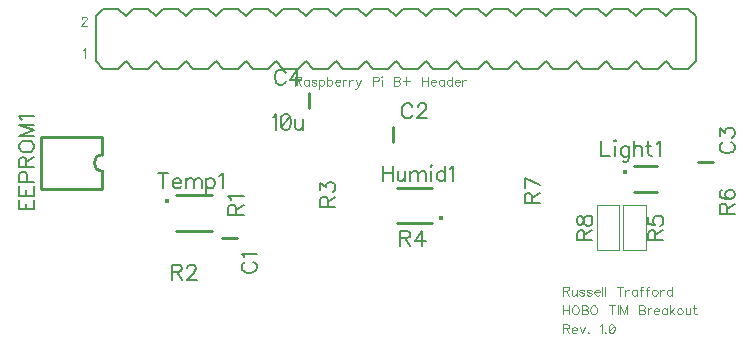
<source format=gto>
G04 DipTrace 3.0.0.2*
G04 hobo.gto*
%MOIN*%
G04 #@! TF.FileFunction,Legend,Top*
G04 #@! TF.Part,Single*
%ADD10C,0.009843*%
%ADD16C,0.001312*%
%ADD20C,0.015422*%
%ADD23C,0.006*%
%ADD27C,0.015426*%
%ADD56C,0.00772*%
%ADD57C,0.004632*%
%FSLAX26Y26*%
G04*
G70*
G90*
G75*
G01*
G04 TopSilk*
%LPD*%
X1093130Y772560D2*
D10*
X1144272D1*
X1664841Y1093130D2*
Y1144272D1*
X2731772Y1027341D2*
X2680630D1*
X1385060Y1256772D2*
Y1205630D1*
X696062Y1109630D2*
X491340D1*
X696062Y936433D2*
X491340D1*
Y1109630D2*
Y936433D1*
X696062Y1109630D2*
Y1050602D1*
Y995461D2*
Y936433D1*
Y1050602D2*
G03X696062Y995461I15J-27571D01*
G01*
D20*
X1825874Y840407D3*
X1795636Y940157D2*
D10*
X1677552D1*
X1795636Y822047D2*
X1677552D1*
X698228Y1537008D2*
D23*
X748228D1*
X773228Y1512008D1*
X798228Y1537008D1*
X848228D1*
X873228Y1512008D1*
X698228Y1537008D2*
X673228Y1512008D1*
X873228D2*
X898228Y1537008D1*
X948228D1*
X973228Y1512008D1*
X998228Y1537008D2*
X1048228D1*
X1073228Y1512008D1*
X1098228Y1537008D1*
X1148228D1*
X1173228Y1512008D1*
X998228Y1537008D2*
X973228Y1512008D1*
X1173228D2*
X1198228Y1537008D1*
X1248228D1*
X1273228Y1512008D1*
X773228Y1362008D2*
X748228Y1337008D1*
X873228Y1362008D2*
X848228Y1337008D1*
X798228D1*
X773228Y1362008D1*
X673228Y1512008D2*
Y1362008D1*
X698228Y1337008D1*
X748228D2*
X698228D1*
X973228Y1362008D2*
X948228Y1337008D1*
X898228D1*
X873228Y1362008D1*
X1073228D2*
X1048228Y1337008D1*
X1173228Y1362008D2*
X1148228Y1337008D1*
X1098228D1*
X1073228Y1362008D1*
X973228D2*
X998228Y1337008D1*
X1048228D2*
X998228D1*
X1273228Y1362008D2*
X1248228Y1337008D1*
X1198228D1*
X1173228Y1362008D1*
X1348228Y1537008D2*
X1373228Y1512008D1*
X1298228Y1537008D2*
X1348228D1*
X1273228Y1512008D2*
X1298228Y1537008D1*
Y1337008D2*
X1273228Y1362008D1*
X1348228Y1337008D2*
X1298228D1*
X1373228Y1362008D2*
X1348228Y1337008D1*
X1398228Y1537008D2*
X1448228D1*
X1473228Y1512008D1*
X1498228Y1537008D1*
X1548228D1*
X1573228Y1512008D1*
X1398228Y1537008D2*
X1373228Y1512008D1*
X1573228D2*
X1598228Y1537008D1*
X1648228D1*
X1673228Y1512008D1*
X1698228Y1537008D2*
X1748228D1*
X1773228Y1512008D1*
X1798228Y1537008D1*
X1848228D1*
X1873228Y1512008D1*
X1698228Y1537008D2*
X1673228Y1512008D1*
X1873228D2*
X1898228Y1537008D1*
X1948228D1*
X1973228Y1512008D1*
X1473228Y1362008D2*
X1448228Y1337008D1*
X1573228Y1362008D2*
X1548228Y1337008D1*
X1498228D1*
X1473228Y1362008D1*
X1373228D2*
X1398228Y1337008D1*
X1448228D2*
X1398228D1*
X1673228Y1362008D2*
X1648228Y1337008D1*
X1598228D1*
X1573228Y1362008D1*
X1773228D2*
X1748228Y1337008D1*
X1873228Y1362008D2*
X1848228Y1337008D1*
X1798228D1*
X1773228Y1362008D1*
X1673228D2*
X1698228Y1337008D1*
X1748228D2*
X1698228D1*
X1973228Y1362008D2*
X1948228Y1337008D1*
X1898228D1*
X1873228Y1362008D1*
X2048228Y1537008D2*
X2073228Y1512008D1*
X1998228Y1537008D2*
X2048228D1*
X1973228Y1512008D2*
X1998228Y1537008D1*
Y1337008D2*
X1973228Y1362008D1*
X2048228Y1337008D2*
X1998228D1*
X2073228Y1362008D2*
X2048228Y1337008D1*
X2098228Y1537008D2*
X2148228D1*
X2173228Y1512008D1*
X2198228Y1537008D1*
X2248228D1*
X2273228Y1512008D1*
X2098228Y1537008D2*
X2073228Y1512008D1*
X2273228D2*
X2298228Y1537008D1*
X2348228D1*
X2373228Y1512008D1*
X2398228Y1537008D2*
X2448228D1*
X2473228Y1512008D1*
X2498228Y1537008D1*
X2548228D1*
X2573228Y1512008D1*
X2398228Y1537008D2*
X2373228Y1512008D1*
X2573228D2*
X2598228Y1537008D1*
X2648228D1*
X2173228Y1362008D2*
X2148228Y1337008D1*
X2273228Y1362008D2*
X2248228Y1337008D1*
X2198228D1*
X2173228Y1362008D1*
X2073228D2*
X2098228Y1337008D1*
X2148228D2*
X2098228D1*
X2373228Y1362008D2*
X2348228Y1337008D1*
X2298228D1*
X2273228Y1362008D1*
X2473228D2*
X2448228Y1337008D1*
X2573228Y1362008D2*
X2548228Y1337008D1*
X2498228D1*
X2473228Y1362008D1*
X2373228D2*
X2398228Y1337008D1*
X2448228D2*
X2398228D1*
X2648228D2*
X2598228D1*
X2573228Y1362008D1*
X2673228Y1512008D2*
Y1362008D1*
X2648228Y1537008D2*
X2673228Y1512008D1*
Y1362008D2*
X2648228Y1337008D1*
D27*
X2436440Y993055D3*
X2466694Y924803D2*
D10*
X2545468D1*
X2466694Y1011417D2*
X2545468D1*
D20*
X911527Y896994D3*
X941766Y797244D2*
D10*
X1059850D1*
X941766Y915354D2*
X1059850D1*
X2343701Y881201D2*
D16*
X2418701D1*
Y731201D1*
X2343701D1*
Y881201D1*
X2431201D2*
X2506201D1*
Y731201D1*
X2431201D1*
Y881201D1*
X1171639Y693402D2*
D56*
X1166886Y691026D1*
X1162077Y686217D1*
X1159701Y681464D1*
Y671903D1*
X1162077Y667094D1*
X1166886Y662341D1*
X1171639Y659909D1*
X1178824Y657533D1*
X1190818D1*
X1197947Y659909D1*
X1202756Y662341D1*
X1207509Y667094D1*
X1209941Y671903D1*
Y681464D1*
X1207509Y686217D1*
X1202756Y691026D1*
X1197947Y693402D1*
X1169318Y708842D2*
X1166886Y713650D1*
X1159756Y720835D1*
X1209941D1*
X1729187Y1209513D2*
X1726810Y1214266D1*
X1722001Y1219075D1*
X1717248Y1221451D1*
X1707687D1*
X1702878Y1219075D1*
X1698125Y1214266D1*
X1695693Y1209513D1*
X1693317Y1202328D1*
Y1190335D1*
X1695693Y1183205D1*
X1698125Y1178396D1*
X1702878Y1173643D1*
X1707687Y1171211D1*
X1717248D1*
X1722001Y1173643D1*
X1726810Y1178396D1*
X1729187Y1183205D1*
X1747058Y1209458D2*
Y1211835D1*
X1749434Y1216643D1*
X1751811Y1219020D1*
X1756619Y1221396D1*
X1766181D1*
X1770934Y1219020D1*
X1773311Y1216643D1*
X1775743Y1211835D1*
Y1207081D1*
X1773311Y1202273D1*
X1768557Y1195143D1*
X1744626Y1171211D1*
X1778119D1*
X2765388Y1091687D2*
X2760635Y1089310D1*
X2755827Y1084502D1*
X2753450Y1079748D1*
Y1070187D1*
X2755827Y1065378D1*
X2760635Y1060625D1*
X2765388Y1058193D1*
X2772573Y1055817D1*
X2784567D1*
X2791697Y1058193D1*
X2796505Y1060625D1*
X2801258Y1065378D1*
X2803690Y1070187D1*
Y1079748D1*
X2801258Y1084502D1*
X2796505Y1089310D1*
X2791697Y1091687D1*
X2753505Y1111934D2*
Y1138187D1*
X2772629Y1123872D1*
Y1131058D1*
X2775005Y1135811D1*
X2777382Y1138187D1*
X2784567Y1140619D1*
X2789320D1*
X2796505Y1138187D1*
X2801314Y1133434D1*
X2803690Y1126249D1*
Y1119064D1*
X2801314Y1111934D1*
X2798882Y1109558D1*
X2794129Y1107126D1*
X1306464Y1322013D2*
X1304088Y1326766D1*
X1299279Y1331575D1*
X1294526Y1333951D1*
X1284964D1*
X1280156Y1331575D1*
X1275403Y1326766D1*
X1272971Y1322013D1*
X1270594Y1314828D1*
Y1302835D1*
X1272971Y1295705D1*
X1275403Y1290896D1*
X1280156Y1286143D1*
X1284964Y1283711D1*
X1294526D1*
X1299279Y1286143D1*
X1304088Y1290896D1*
X1306464Y1295705D1*
X1345835Y1283711D2*
Y1333896D1*
X1321903Y1300458D1*
X1357773D1*
X1262847Y1175098D2*
X1267655Y1177529D1*
X1274840Y1184659D1*
Y1134475D1*
X1304650Y1184659D2*
X1297465Y1182283D1*
X1292656Y1175098D1*
X1290280Y1163159D1*
Y1155974D1*
X1292656Y1144036D1*
X1297465Y1136851D1*
X1304650Y1134475D1*
X1309403D1*
X1316588Y1136851D1*
X1321341Y1144036D1*
X1323773Y1155974D1*
Y1163159D1*
X1321341Y1175098D1*
X1316588Y1182283D1*
X1309403Y1184659D1*
X1304650D1*
X1321341Y1175098D2*
X1292656Y1144036D1*
X1339212Y1167968D2*
Y1144036D1*
X1341589Y1136906D1*
X1346397Y1134475D1*
X1353582D1*
X1358335Y1136906D1*
X1365521Y1144036D1*
Y1167968D2*
Y1134475D1*
X418117Y898977D2*
Y867916D1*
X468357D1*
Y898977D1*
X442049Y867916D2*
Y887039D1*
X418117Y945478D2*
Y914416D1*
X468357D1*
Y945478D1*
X442049Y914416D2*
Y933540D1*
X444425Y960917D2*
Y982472D1*
X442049Y989602D1*
X439617Y992034D1*
X434864Y994410D1*
X427678D1*
X422925Y992034D1*
X420493Y989602D1*
X418117Y982472D1*
Y960917D1*
X468357D1*
X442049Y1009850D2*
Y1031350D1*
X439617Y1038535D1*
X437240Y1040966D1*
X432487Y1043343D1*
X427678D1*
X422925Y1040966D1*
X420493Y1038535D1*
X418117Y1031350D1*
Y1009850D1*
X468357D1*
X442049Y1026596D2*
X468357Y1043343D1*
X418117Y1073152D2*
X420493Y1068344D1*
X425302Y1063591D1*
X430055Y1061159D1*
X437240Y1058782D1*
X449234D1*
X456363Y1061159D1*
X461172Y1063591D1*
X465925Y1068344D1*
X468357Y1073152D1*
Y1082714D1*
X465925Y1087467D1*
X461172Y1092276D1*
X456363Y1094652D1*
X449234Y1097029D1*
X437240D1*
X430055Y1094652D1*
X425302Y1092276D1*
X420493Y1087467D1*
X418117Y1082714D1*
Y1073152D1*
X468357Y1150715D2*
X418117D1*
X468357Y1131591D1*
X418117Y1112468D1*
X468357D1*
X427734Y1166154D2*
X425302Y1170962D1*
X418172Y1178147D1*
X468357D1*
X1630612Y1013381D2*
Y963141D1*
X1664105Y1013381D2*
Y963141D1*
X1630612Y989449D2*
X1664105D1*
X1679545Y996634D2*
Y972702D1*
X1681921Y965572D1*
X1686730Y963141D1*
X1693915D1*
X1698668Y965572D1*
X1705853Y972702D1*
Y996634D2*
Y963141D1*
X1721292Y996634D2*
Y963141D1*
Y987072D2*
X1728477Y994257D1*
X1733286Y996634D1*
X1740415D1*
X1745224Y994257D1*
X1747600Y987072D1*
Y963141D1*
Y987072D2*
X1754785Y994257D1*
X1759594Y996634D1*
X1766724D1*
X1771532Y994257D1*
X1773964Y987072D1*
Y963141D1*
X1789403Y1013381D2*
X1791780Y1011004D1*
X1794212Y1013381D1*
X1791780Y1015812D1*
X1789403Y1013381D1*
X1791780Y996634D2*
Y963141D1*
X1838336Y1013381D2*
Y963141D1*
Y989449D2*
X1833583Y994257D1*
X1828774Y996634D1*
X1821589D1*
X1816836Y994257D1*
X1812028Y989449D1*
X1809651Y982264D1*
Y977511D1*
X1812028Y970326D1*
X1816836Y965572D1*
X1821589Y963141D1*
X1828774D1*
X1833583Y965572D1*
X1838336Y970326D1*
X1853775Y1003764D2*
X1858584Y1006196D1*
X1865769Y1013325D1*
Y963141D1*
X2358582Y1097140D2*
Y1046900D1*
X2387267D1*
X2402706Y1097140D2*
X2405083Y1094764D1*
X2407514Y1097140D1*
X2405083Y1099572D1*
X2402706Y1097140D1*
X2405083Y1080394D2*
Y1046900D1*
X2451639Y1078017D2*
Y1039715D1*
X2449262Y1032586D1*
X2446885Y1030154D1*
X2442077Y1027777D1*
X2434892D1*
X2430139Y1030154D1*
X2451639Y1070832D2*
X2446885Y1075585D1*
X2442077Y1078017D1*
X2434892D1*
X2430139Y1075585D1*
X2425330Y1070832D1*
X2422954Y1063647D1*
Y1058839D1*
X2425330Y1051709D1*
X2430139Y1046900D1*
X2434892Y1044524D1*
X2442077D1*
X2446885Y1046900D1*
X2451639Y1051709D1*
X2467078Y1097140D2*
Y1046900D1*
Y1070832D2*
X2474263Y1078017D1*
X2479071Y1080394D1*
X2486256D1*
X2491010Y1078017D1*
X2493386Y1070832D1*
Y1046900D1*
X2516010Y1097140D2*
Y1056462D1*
X2518387Y1049332D1*
X2523195Y1046900D1*
X2527949D1*
X2508825Y1080394D2*
X2525572D1*
X2543388Y1087524D2*
X2548196Y1089955D1*
X2555381Y1097085D1*
Y1046900D1*
X1139882Y850639D2*
Y872139D1*
X1137450Y879324D1*
X1135073Y881756D1*
X1130320Y884133D1*
X1125512D1*
X1120759Y881756D1*
X1118327Y879324D1*
X1115950Y872139D1*
Y850639D1*
X1166190D1*
X1139882Y867386D2*
X1166190Y884133D1*
X1125567Y899572D2*
X1123135Y904380D1*
X1116005Y911565D1*
X1166190D1*
X927586Y660020D2*
X949086D1*
X956271Y662452D1*
X958703Y664828D1*
X961080Y669581D1*
Y674390D1*
X958703Y679143D1*
X956271Y681575D1*
X949086Y683951D1*
X927586D1*
Y633711D1*
X944333Y660020D2*
X961080Y633711D1*
X978951Y671958D2*
Y674335D1*
X981327Y679143D1*
X983704Y681520D1*
X988512Y683896D1*
X998074D1*
X1002827Y681520D1*
X1005204Y679143D1*
X1007636Y674335D1*
Y669581D1*
X1005204Y664773D1*
X1000451Y657643D1*
X976519Y633711D1*
X1010012D1*
X1446131Y877586D2*
Y899086D1*
X1443699Y906271D1*
X1441323Y908703D1*
X1436570Y911080D1*
X1431761D1*
X1427008Y908703D1*
X1424576Y906271D1*
X1422200Y899086D1*
X1422199Y877586D1*
X1472440D1*
X1446131Y894333D2*
X1472440Y911080D1*
X1422255Y931327D2*
Y957580D1*
X1441378Y943266D1*
Y950451D1*
X1443755Y955204D1*
X1446131Y957580D1*
X1453316Y960012D1*
X1458069D1*
X1465255Y957580D1*
X1470063Y952827D1*
X1472440Y945642D1*
Y938457D1*
X1470063Y931327D1*
X1467631Y928951D1*
X1462878Y926519D1*
X1688701Y772520D2*
X1710201D1*
X1717386Y774952D1*
X1719818Y777328D1*
X1722194Y782081D1*
Y786890D1*
X1719818Y791643D1*
X1717386Y794075D1*
X1710201Y796451D1*
X1688701D1*
Y746211D1*
X1705448Y772520D2*
X1722194Y746211D1*
X1761565D2*
Y796396D1*
X1737634Y762958D1*
X1773504D1*
X2539119Y764890D2*
Y786389D1*
X2536687Y793574D1*
X2534310Y796006D1*
X2529557Y798383D1*
X2524749D1*
X2519996Y796006D1*
X2517564Y793574D1*
X2515187Y786389D1*
Y764890D1*
X2565427D1*
X2539119Y781636D2*
X2565427Y798383D1*
X2515242Y842507D2*
Y818631D1*
X2536742Y816254D1*
X2534366Y818630D1*
X2531934Y825816D1*
Y832945D1*
X2534366Y840130D1*
X2539119Y844939D1*
X2546304Y847315D1*
X2551057D1*
X2558242Y844939D1*
X2563050Y840130D1*
X2565427Y832945D1*
Y825815D1*
X2563050Y818630D1*
X2560619Y816254D1*
X2555865Y813822D1*
X2777382Y853605D2*
Y875105D1*
X2774950Y882290D1*
X2772573Y884722D1*
X2767820Y887099D1*
X2763012D1*
X2758259Y884722D1*
X2755827Y882290D1*
X2753450Y875105D1*
Y853605D1*
X2803690D1*
X2777382Y870352D2*
X2803690Y887099D1*
X2760635Y931223D2*
X2755882Y928846D1*
X2753505Y921661D1*
Y916908D1*
X2755882Y909723D1*
X2763067Y904915D1*
X2775005Y902538D1*
X2786944D1*
X2796505Y904915D1*
X2801314Y909723D1*
X2803690Y916908D1*
Y919285D1*
X2801314Y926414D1*
X2796505Y931223D1*
X2789320Y933599D1*
X2786944D1*
X2779759Y931223D1*
X2775005Y926414D1*
X2772629Y919285D1*
Y916908D1*
X2775005Y909723D1*
X2779759Y904915D1*
X2786944Y902538D1*
X2127382Y889890D2*
Y911389D1*
X2124950Y918574D1*
X2122573Y921006D1*
X2117820Y923383D1*
X2113012D1*
X2108259Y921006D1*
X2105827Y918574D1*
X2103450Y911389D1*
Y889890D1*
X2153690D1*
X2127382Y906636D2*
X2153690Y923383D1*
Y948384D2*
X2103505Y972315D1*
Y938822D1*
X2302382Y764917D2*
Y786417D1*
X2299950Y793602D1*
X2297573Y796034D1*
X2292820Y798410D1*
X2288012D1*
X2283259Y796034D1*
X2280827Y793602D1*
X2278450Y786417D1*
Y764917D1*
X2328690D1*
X2302382Y781664D2*
X2328690Y798410D1*
X2278505Y825788D2*
X2280882Y818658D1*
X2285635Y816226D1*
X2290444D1*
X2295197Y818658D1*
X2297629Y823411D1*
X2300005Y832973D1*
X2302382Y840158D1*
X2307190Y844911D1*
X2311944Y847288D1*
X2319129D1*
X2323882Y844911D1*
X2326314Y842535D1*
X2328690Y835349D1*
Y825788D1*
X2326314Y818658D1*
X2323882Y816226D1*
X2319129Y813850D1*
X2311944D1*
X2307190Y816226D1*
X2302382Y821035D1*
X2300005Y828164D1*
X2297629Y837726D1*
X2295197Y842535D1*
X2290444Y844911D1*
X2285635D1*
X2280882Y842535D1*
X2278505Y835350D1*
Y825788D1*
X897288Y988577D2*
Y938337D1*
X880541Y988577D2*
X914034D1*
X929474Y957461D2*
X958158D1*
Y962269D1*
X955782Y967078D1*
X953405Y969454D1*
X948597Y971831D1*
X941412D1*
X936659Y969454D1*
X931850Y964646D1*
X929474Y957461D1*
Y952707D1*
X931850Y945522D1*
X936659Y940769D1*
X941412Y938337D1*
X948597D1*
X953405Y940769D1*
X958158Y945522D1*
X973598Y971831D2*
Y938337D1*
Y962269D2*
X980783Y969454D1*
X985591Y971831D1*
X992721D1*
X997529Y969454D1*
X999906Y962269D1*
Y938337D1*
Y962269D2*
X1007091Y969454D1*
X1011899Y971831D1*
X1019029D1*
X1023838Y969454D1*
X1026270Y962269D1*
Y938337D1*
X1041709Y971831D2*
Y921591D1*
Y964646D2*
X1046517Y969399D1*
X1051270Y971831D1*
X1058455D1*
X1063264Y969399D1*
X1068017Y964646D1*
X1070449Y957461D1*
Y952652D1*
X1068017Y945522D1*
X1063264Y940714D1*
X1058455Y938337D1*
X1051270D1*
X1046517Y940714D1*
X1041709Y945522D1*
X1085888Y978961D2*
X1090697Y981392D1*
X1097882Y988522D1*
Y938337D1*
X2231200Y596483D2*
D57*
X2244100D1*
X2248411Y597942D1*
X2249870Y599368D1*
X2251296Y602220D1*
Y605105D1*
X2249870Y607957D1*
X2248411Y609416D1*
X2244100Y610842D1*
X2231200D1*
Y580698D1*
X2241248Y596483D2*
X2251296Y580698D1*
X2260560Y600794D2*
Y586435D1*
X2261986Y582157D1*
X2264871Y580698D1*
X2269182D1*
X2272034Y582157D1*
X2276345Y586435D1*
Y600794D2*
Y580698D1*
X2301393Y596483D2*
X2299968Y599368D1*
X2295656Y600794D1*
X2291345D1*
X2287034Y599368D1*
X2285608Y596483D1*
X2287034Y593631D1*
X2289920Y592172D1*
X2297082Y590746D1*
X2299968Y589320D1*
X2301393Y586435D1*
Y585009D1*
X2299968Y582157D1*
X2295656Y580698D1*
X2291345D1*
X2287034Y582157D1*
X2285608Y585009D1*
X2326442Y596483D2*
X2325016Y599368D1*
X2320705Y600794D1*
X2316394D1*
X2312083Y599368D1*
X2310657Y596483D1*
X2312083Y593631D1*
X2314968Y592172D1*
X2322131Y590746D1*
X2325016Y589320D1*
X2326442Y586435D1*
Y585009D1*
X2325016Y582157D1*
X2320705Y580698D1*
X2316394D1*
X2312083Y582157D1*
X2310657Y585009D1*
X2335706Y592172D2*
X2352916D1*
Y595057D1*
X2351491Y597942D1*
X2350065Y599368D1*
X2347179Y600794D1*
X2342868D1*
X2340017Y599368D1*
X2337131Y596483D1*
X2335706Y592172D1*
Y589320D1*
X2337131Y585009D1*
X2340017Y582157D1*
X2342868Y580698D1*
X2347179D1*
X2350065Y582157D1*
X2352916Y585009D1*
X2362180Y610842D2*
Y580698D1*
X2371444Y610842D2*
Y580698D1*
X2419916Y610842D2*
Y580698D1*
X2409868Y610842D2*
X2429964D1*
X2439227Y600794D2*
Y580698D1*
Y592172D2*
X2440686Y596483D1*
X2443538Y599368D1*
X2446423Y600794D1*
X2450734D1*
X2477209D2*
Y580698D1*
Y596483D2*
X2474357Y599368D1*
X2471472Y600794D1*
X2467194D1*
X2464309Y599368D1*
X2461457Y596483D1*
X2459998Y592172D1*
Y589320D1*
X2461457Y585009D1*
X2464309Y582157D1*
X2467194Y580698D1*
X2471472D1*
X2474357Y582157D1*
X2477209Y585009D1*
X2497946Y610842D2*
X2495094D1*
X2492209Y609416D1*
X2490783Y605105D1*
Y580698D1*
X2486472Y600794D2*
X2496520D1*
X2518684Y610842D2*
X2515832D1*
X2512947Y609416D1*
X2511521Y605105D1*
Y580698D1*
X2507210Y600794D2*
X2517258D1*
X2535110D2*
X2532258Y599368D1*
X2529373Y596483D1*
X2527947Y592172D1*
Y589320D1*
X2529373Y585009D1*
X2532258Y582157D1*
X2535110Y580698D1*
X2539421D1*
X2542306Y582157D1*
X2545158Y585009D1*
X2546617Y589320D1*
Y592172D1*
X2545158Y596483D1*
X2542306Y599368D1*
X2539421Y600794D1*
X2535110D1*
X2555881D2*
Y580698D1*
Y592172D2*
X2557340Y596483D1*
X2560192Y599368D1*
X2563077Y600794D1*
X2567388D1*
X2593863Y610842D2*
Y580698D1*
Y596483D2*
X2591011Y599368D1*
X2588126Y600794D1*
X2583815D1*
X2580963Y599368D1*
X2578078Y596483D1*
X2576652Y592172D1*
Y589320D1*
X2578078Y585009D1*
X2580963Y582157D1*
X2583815Y580698D1*
X2588126D1*
X2591011Y582157D1*
X2593863Y585009D1*
X2231200Y548342D2*
Y518198D1*
X2251296Y548342D2*
Y518198D1*
X2231200Y533983D2*
X2251296D1*
X2269182Y548342D2*
X2266297Y546916D1*
X2263445Y544031D1*
X2261986Y541179D1*
X2260560Y536868D1*
Y529672D1*
X2261986Y525394D1*
X2263445Y522509D1*
X2266297Y519657D1*
X2269182Y518198D1*
X2274919D1*
X2277771Y519657D1*
X2280656Y522509D1*
X2282082Y525394D1*
X2283508Y529672D1*
Y536868D1*
X2282082Y541179D1*
X2280656Y544031D1*
X2277771Y546916D1*
X2274919Y548342D1*
X2269182D1*
X2292771D2*
Y518198D1*
X2305704D1*
X2310016Y519657D1*
X2311441Y521083D1*
X2312867Y523935D1*
Y528246D1*
X2311441Y531131D1*
X2310016Y532557D1*
X2305704Y533983D1*
X2310016Y535442D1*
X2311441Y536868D1*
X2312867Y539720D1*
Y542605D1*
X2311441Y545457D1*
X2310016Y546916D1*
X2305704Y548342D1*
X2292771D1*
Y533983D2*
X2305704D1*
X2330753Y548342D2*
X2327868Y546916D1*
X2325016Y544031D1*
X2323557Y541179D1*
X2322131Y536868D1*
Y529672D1*
X2323557Y525394D1*
X2325016Y522509D1*
X2327868Y519657D1*
X2330753Y518198D1*
X2336490D1*
X2339342Y519657D1*
X2342227Y522509D1*
X2343653Y525394D1*
X2345079Y529672D1*
Y536868D1*
X2343653Y541179D1*
X2342227Y544031D1*
X2339342Y546916D1*
X2336490Y548342D1*
X2330753D1*
X2393551D2*
Y518198D1*
X2383503Y548342D2*
X2403599D1*
X2412863D2*
Y518198D1*
X2445074D2*
Y548342D1*
X2433600Y518198D1*
X2422126Y548342D1*
Y518198D1*
X2483498Y548342D2*
Y518198D1*
X2496431D1*
X2500742Y519657D1*
X2502168Y521083D1*
X2503594Y523935D1*
Y528246D1*
X2502168Y531131D1*
X2500742Y532557D1*
X2496431Y533983D1*
X2500742Y535442D1*
X2502168Y536868D1*
X2503594Y539720D1*
Y542605D1*
X2502168Y545457D1*
X2500742Y546916D1*
X2496431Y548342D1*
X2483498D1*
Y533983D2*
X2496431D1*
X2512858Y538294D2*
Y518198D1*
Y529672D2*
X2514317Y533983D1*
X2517169Y536868D1*
X2520054Y538294D1*
X2524365D1*
X2533628Y529672D2*
X2550839D1*
Y532557D1*
X2549413Y535442D1*
X2547987Y536868D1*
X2545102Y538294D1*
X2540791D1*
X2537939Y536868D1*
X2535054Y533983D1*
X2533628Y529672D1*
Y526820D1*
X2535054Y522509D1*
X2537939Y519657D1*
X2540791Y518198D1*
X2545102D1*
X2547987Y519657D1*
X2550839Y522509D1*
X2577314Y538294D2*
Y518198D1*
Y533983D2*
X2574462Y536868D1*
X2571577Y538294D1*
X2567299D1*
X2564414Y536868D1*
X2561562Y533983D1*
X2560103Y529672D1*
Y526820D1*
X2561562Y522509D1*
X2564414Y519657D1*
X2567299Y518198D1*
X2571577D1*
X2574462Y519657D1*
X2577314Y522509D1*
X2586577Y548342D2*
Y518198D1*
X2600936Y538294D2*
X2586577Y523935D1*
X2592314Y529672D2*
X2602362Y518198D1*
X2618789Y538294D2*
X2615937Y536868D1*
X2613052Y533983D1*
X2611626Y529672D1*
Y526820D1*
X2613052Y522509D1*
X2615937Y519657D1*
X2618789Y518198D1*
X2623100D1*
X2625985Y519657D1*
X2628837Y522509D1*
X2630296Y526820D1*
Y529672D1*
X2628837Y533983D1*
X2625985Y536868D1*
X2623100Y538294D1*
X2618789D1*
X2639559D2*
Y523935D1*
X2640985Y519657D1*
X2643870Y518198D1*
X2648181D1*
X2651033Y519657D1*
X2655344Y523935D1*
Y538294D2*
Y518198D1*
X2668919Y548342D2*
Y523935D1*
X2670345Y519657D1*
X2673230Y518198D1*
X2676082D1*
X2664608Y538294D2*
X2674656D1*
X2231200Y471483D2*
X2244100D1*
X2248411Y472942D1*
X2249870Y474368D1*
X2251296Y477220D1*
Y480105D1*
X2249870Y482957D1*
X2248411Y484416D1*
X2244100Y485842D1*
X2231200D1*
Y455698D1*
X2241248Y471483D2*
X2251296Y455698D1*
X2260560Y467172D2*
X2277771D1*
Y470057D1*
X2276345Y472942D1*
X2274919Y474368D1*
X2272034Y475794D1*
X2267723D1*
X2264871Y474368D1*
X2261986Y471483D1*
X2260560Y467172D1*
Y464320D1*
X2261986Y460009D1*
X2264871Y457157D1*
X2267723Y455698D1*
X2272034D1*
X2274919Y457157D1*
X2277771Y460009D1*
X2287034Y475794D2*
X2295656Y455698D1*
X2304245Y475794D1*
X2314935Y458583D2*
X2313509Y457124D1*
X2314935Y455698D1*
X2316394Y457124D1*
X2314935Y458583D1*
X2354818Y480072D2*
X2357703Y481531D1*
X2362014Y485809D1*
Y455698D1*
X2372704Y458583D2*
X2371278Y457124D1*
X2372704Y455698D1*
X2374163Y457124D1*
X2372704Y458583D1*
X2392048Y485809D2*
X2387737Y484383D1*
X2384852Y480072D1*
X2383426Y472909D1*
Y468598D1*
X2384852Y461435D1*
X2387737Y457124D1*
X2392048Y455698D1*
X2394900D1*
X2399211Y457124D1*
X2402063Y461435D1*
X2403522Y468598D1*
Y472909D1*
X2402063Y480072D1*
X2399211Y484383D1*
X2394900Y485809D1*
X2392048D1*
X2402063Y480072D2*
X2384852Y461435D1*
X1337451Y1296483D2*
X1350351D1*
X1354662Y1297942D1*
X1356121Y1299368D1*
X1357547Y1302220D1*
Y1305105D1*
X1356121Y1307957D1*
X1354662Y1309416D1*
X1350351Y1310842D1*
X1337451D1*
Y1280698D1*
X1347499Y1296483D2*
X1357547Y1280698D1*
X1384022Y1300794D2*
Y1280698D1*
Y1296483D2*
X1381170Y1299368D1*
X1378285Y1300794D1*
X1374007D1*
X1371122Y1299368D1*
X1368270Y1296483D1*
X1366811Y1292172D1*
Y1289320D1*
X1368270Y1285009D1*
X1371122Y1282157D1*
X1374007Y1280698D1*
X1378285D1*
X1381170Y1282157D1*
X1384022Y1285009D1*
X1409070Y1296483D2*
X1407644Y1299368D1*
X1403333Y1300794D1*
X1399022D1*
X1394711Y1299368D1*
X1393285Y1296483D1*
X1394711Y1293631D1*
X1397596Y1292172D1*
X1404759Y1290746D1*
X1407644Y1289320D1*
X1409070Y1286435D1*
Y1285009D1*
X1407644Y1282157D1*
X1403333Y1280698D1*
X1399022D1*
X1394711Y1282157D1*
X1393285Y1285009D1*
X1418334Y1300794D2*
Y1270650D1*
Y1296483D2*
X1421219Y1299335D1*
X1424071Y1300794D1*
X1428382D1*
X1431267Y1299335D1*
X1434119Y1296483D1*
X1435578Y1292172D1*
Y1289287D1*
X1434119Y1285009D1*
X1431267Y1282124D1*
X1428382Y1280698D1*
X1424071D1*
X1421219Y1282124D1*
X1418334Y1285009D1*
X1444841Y1310842D2*
Y1280698D1*
Y1296483D2*
X1447726Y1299368D1*
X1450578Y1300794D1*
X1454889D1*
X1457741Y1299368D1*
X1460626Y1296483D1*
X1462052Y1292172D1*
Y1289320D1*
X1460626Y1285009D1*
X1457741Y1282157D1*
X1454889Y1280698D1*
X1450578D1*
X1447726Y1282157D1*
X1444841Y1285009D1*
X1471316Y1292172D2*
X1488527D1*
Y1295057D1*
X1487101Y1297942D1*
X1485675Y1299368D1*
X1482790Y1300794D1*
X1478479D1*
X1475627Y1299368D1*
X1472742Y1296483D1*
X1471316Y1292172D1*
Y1289320D1*
X1472742Y1285009D1*
X1475627Y1282157D1*
X1478479Y1280698D1*
X1482790D1*
X1485675Y1282157D1*
X1488527Y1285009D1*
X1497790Y1300794D2*
Y1280698D1*
Y1292172D2*
X1499249Y1296483D1*
X1502101Y1299368D1*
X1504986Y1300794D1*
X1509297D1*
X1518561D2*
Y1280698D1*
Y1292172D2*
X1520020Y1296483D1*
X1522872Y1299368D1*
X1525757Y1300794D1*
X1530068D1*
X1540791D2*
X1549380Y1280698D1*
X1546528Y1274961D1*
X1543643Y1272076D1*
X1540791Y1270650D1*
X1539332D1*
X1558002Y1300794D2*
X1549380Y1280698D1*
X1596426Y1295057D2*
X1609359D1*
X1613637Y1296483D1*
X1615096Y1297942D1*
X1616522Y1300794D1*
Y1305105D1*
X1615096Y1307957D1*
X1613637Y1309416D1*
X1609359Y1310842D1*
X1596426D1*
Y1280698D1*
X1625785Y1310842D2*
X1627211Y1309416D1*
X1628670Y1310842D1*
X1627211Y1312301D1*
X1625785Y1310842D1*
X1627211Y1300794D2*
Y1280698D1*
X1667094Y1310842D2*
Y1280698D1*
X1680028D1*
X1684339Y1282157D1*
X1685765Y1283583D1*
X1687190Y1286435D1*
Y1290746D1*
X1685765Y1293631D1*
X1684339Y1295057D1*
X1680028Y1296483D1*
X1684339Y1297942D1*
X1685765Y1299368D1*
X1687190Y1302220D1*
Y1305105D1*
X1685765Y1307957D1*
X1684339Y1309416D1*
X1680028Y1310842D1*
X1667094D1*
Y1296483D2*
X1680028D1*
X1709354Y1308670D2*
Y1282837D1*
X1696454Y1295737D2*
X1722287D1*
X1760711Y1310842D2*
Y1280698D1*
X1780807Y1310842D2*
Y1280698D1*
X1760711Y1296483D2*
X1780807D1*
X1790071Y1292172D2*
X1807282D1*
Y1295057D1*
X1805856Y1297942D1*
X1804430Y1299368D1*
X1801545Y1300794D1*
X1797234D1*
X1794382Y1299368D1*
X1791497Y1296483D1*
X1790071Y1292172D1*
Y1289320D1*
X1791497Y1285009D1*
X1794382Y1282157D1*
X1797234Y1280698D1*
X1801545D1*
X1804430Y1282157D1*
X1807282Y1285009D1*
X1833756Y1300794D2*
Y1280698D1*
Y1296483D2*
X1830904Y1299368D1*
X1828019Y1300794D1*
X1823741D1*
X1820856Y1299368D1*
X1818004Y1296483D1*
X1816545Y1292172D1*
Y1289320D1*
X1818004Y1285009D1*
X1820856Y1282157D1*
X1823741Y1280698D1*
X1828019D1*
X1830904Y1282157D1*
X1833756Y1285009D1*
X1860231Y1310842D2*
Y1280698D1*
Y1296483D2*
X1857379Y1299368D1*
X1854494Y1300794D1*
X1850183D1*
X1847331Y1299368D1*
X1844446Y1296483D1*
X1843020Y1292172D1*
Y1289320D1*
X1844446Y1285009D1*
X1847331Y1282157D1*
X1850183Y1280698D1*
X1854494D1*
X1857379Y1282157D1*
X1860231Y1285009D1*
X1869494Y1292172D2*
X1886705D1*
Y1295057D1*
X1885279Y1297942D1*
X1883853Y1299368D1*
X1880968Y1300794D1*
X1876657D1*
X1873805Y1299368D1*
X1870920Y1296483D1*
X1869494Y1292172D1*
Y1289320D1*
X1870920Y1285009D1*
X1873805Y1282157D1*
X1876657Y1280698D1*
X1880968D1*
X1883853Y1282157D1*
X1886705Y1285009D1*
X1895969Y1300794D2*
Y1280698D1*
Y1292172D2*
X1897428Y1296483D1*
X1900280Y1299368D1*
X1903165Y1300794D1*
X1907476D1*
X631200Y1398821D2*
X634085Y1400280D1*
X638396Y1404558D1*
Y1374447D1*
X626410Y1503646D2*
Y1505072D1*
X627836Y1507957D1*
X629262Y1509383D1*
X632147Y1510809D1*
X637884D1*
X640736Y1509383D1*
X642162Y1507957D1*
X643621Y1505072D1*
Y1502220D1*
X642162Y1499335D1*
X639310Y1495057D1*
X624951Y1480698D1*
X645047D1*
M02*

</source>
